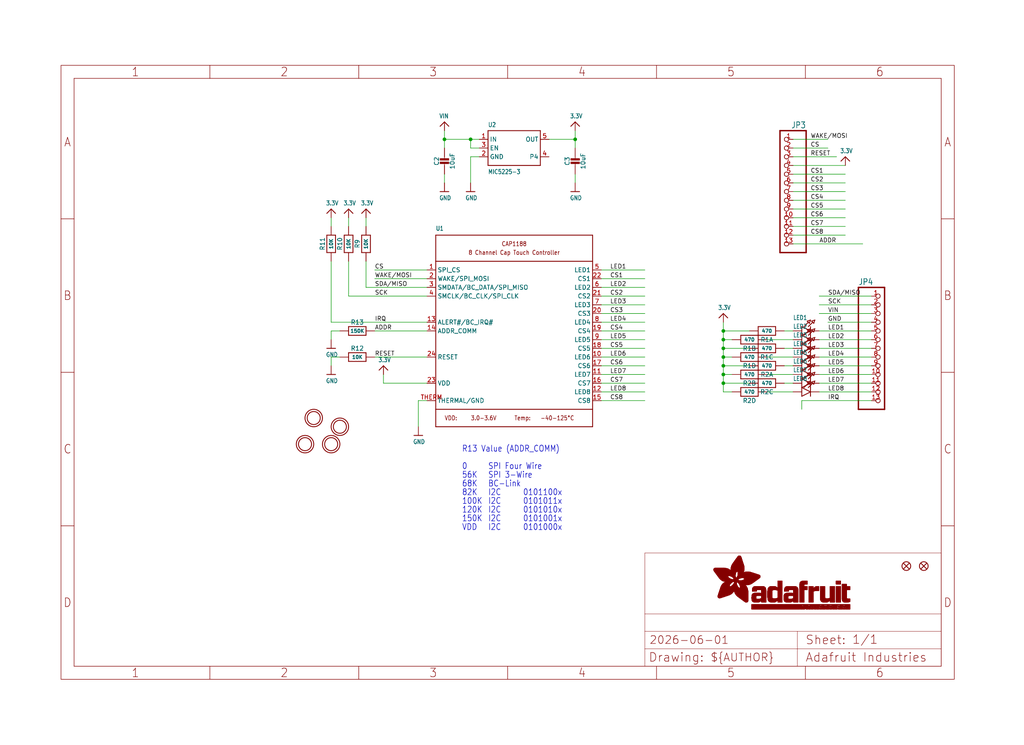
<source format=kicad_sch>
(kicad_sch (version 20230121) (generator eeschema)
  (paper "User" 298.45 217.322)
  (lib_symbols
    (symbol "working-eagle-import:3.3V" (power)
      (property "Value" "3.3V" (at -1.524 1.016 0))
      (symbol "3.3V_1_0"
        (pin power_in line (at 0 -2.54 90) (length 2.54) (name "3.3V") (number "1"))
      )
    )
    (symbol "working-eagle-import:CAP1188"
      (property "Reference" "U" (at -22.86 29.21 0))
      (symbol "CAP1188_1_0"
        (text "-40-125°C" (at 7.62 -25.4 0) (effects (font (size 1.27 1.0795)) (justify left)))
        (text "3.0-3.6V" (at -12.7 -25.4 0) (effects (font (size 1.27 1.0795)) (justify left)))
        (text "8 Channel Cap Touch Controller" (at 0 22.86 0) (effects (font (size 1.27 1.0795))))
        (text "CAP1188" (at 0 25.4 0) (effects (font (size 1.27 1.0795))))
        (text "Temp:" (at 0 -25.4 0) (effects (font (size 1.27 1.0795)) (justify left)))
        (text "VDD:" (at -20.32 -25.4 0) (effects (font (size 1.27 1.0795)) (justify left)))
        (pin input line (at -25.4 17.78 0) (length 2.54) (name "SPI_CS") (number "1"))
        (pin bidirectional line (at 25.4 -7.62 180) (length 2.54) (name "LED6") (number "10"))
        (pin bidirectional line (at 25.4 -12.7 180) (length 2.54) (name "LED7") (number "11"))
        (pin bidirectional line (at 25.4 -17.78 180) (length 2.54) (name "LED8") (number "12"))
        (pin bidirectional line (at -25.4 2.54 0) (length 2.54) (name "ALERT#/BC_IRQ#") (number "13"))
        (pin bidirectional line (at -25.4 0 0) (length 2.54) (name "ADDR_COMM") (number "14"))
        (pin bidirectional line (at 25.4 -20.32 180) (length 2.54) (name "CS8") (number "15"))
        (pin bidirectional line (at 25.4 -15.24 180) (length 2.54) (name "CS7") (number "16"))
        (pin bidirectional line (at 25.4 -10.16 180) (length 2.54) (name "CS6") (number "17"))
        (pin bidirectional line (at 25.4 -5.08 180) (length 2.54) (name "CS5") (number "18"))
        (pin bidirectional line (at 25.4 0 180) (length 2.54) (name "CS4") (number "19"))
        (pin bidirectional line (at -25.4 15.24 0) (length 2.54) (name "WAKE/SPI_MOSI") (number "2"))
        (pin bidirectional line (at 25.4 5.08 180) (length 2.54) (name "CS3") (number "20"))
        (pin bidirectional line (at 25.4 10.16 180) (length 2.54) (name "CS2") (number "21"))
        (pin bidirectional line (at 25.4 15.24 180) (length 2.54) (name "CS1") (number "22"))
        (pin power_in line (at -25.4 -15.24 0) (length 2.54) (name "VDD") (number "23"))
        (pin input line (at -25.4 -7.62 0) (length 2.54) (name "RESET") (number "24"))
        (pin bidirectional line (at -25.4 12.7 0) (length 2.54) (name "SMDATA/BC_DATA/SPI_MISO") (number "3"))
        (pin bidirectional line (at -25.4 10.16 0) (length 2.54) (name "SMCLK/BC_CLK/SPI_CLK") (number "4"))
        (pin bidirectional line (at 25.4 17.78 180) (length 2.54) (name "LED1") (number "5"))
        (pin bidirectional line (at 25.4 12.7 180) (length 2.54) (name "LED2") (number "6"))
        (pin bidirectional line (at 25.4 7.62 180) (length 2.54) (name "LED3") (number "7"))
        (pin bidirectional line (at 25.4 2.54 180) (length 2.54) (name "LED4") (number "8"))
        (pin bidirectional line (at 25.4 -2.54 180) (length 2.54) (name "LED5") (number "9"))
        (pin power_in line (at -25.4 -20.32 0) (length 2.54) (name "THERMAL/GND") (number "THERM"))
      )
    )
    (symbol "working-eagle-import:CAP_CERAMIC0805-NOOUTLINE"
      (property "Reference" "C" (at -2.29 1.25 90))
      (symbol "CAP_CERAMIC0805-NOOUTLINE_1_0"
        (pin passive line (at 0 5.08 270) (length 2.54) (name "1") (number "1"))
        (pin passive line (at 0 -2.54 90) (length 2.54) (name "2") (number "2"))
      )
    )
    (symbol "working-eagle-import:FIDUCIAL{dblquote}{dblquote}")
    (symbol "working-eagle-import:FRAME_A4_ADAFRUIT"
      (symbol "FRAME_A4_ADAFRUIT_1_0"
        (text "${#}/${##}" (at 230.505 10.16 0) (effects (font (size 2.54 2.54)) (justify left bottom)))
        (text "${AUTHOR}" (at 189.23 5.08 0) (effects (font (size 2.286 2.286)) (justify left bottom)))
        (text "${CURRENT_DATE}" (at 171.45 10.16 0) (effects (font (size 2.286 2.286)) (justify left bottom)))
        (text "${PROJECTNAME}" (at 171.45 15.24 0) (effects (font (size 2.54 2.54)) (justify left bottom)))
        (text "1" (at 21.6958 1.905 0) (effects (font (size 2.54 2.286))))
        (text "1" (at 21.6958 177.165 0) (effects (font (size 2.54 2.286))))
        (text "2" (at 65.0875 1.905 0) (effects (font (size 2.54 2.286))))
        (text "2" (at 65.0875 177.165 0) (effects (font (size 2.54 2.286))))
        (text "3" (at 108.4792 1.905 0) (effects (font (size 2.54 2.286))))
        (text "3" (at 108.4792 177.165 0) (effects (font (size 2.54 2.286))))
        (text "4" (at 151.8708 1.905 0) (effects (font (size 2.54 2.286))))
        (text "4" (at 151.8708 177.165 0) (effects (font (size 2.54 2.286))))
        (text "5" (at 195.2625 1.905 0) (effects (font (size 2.54 2.286))))
        (text "5" (at 195.2625 177.165 0) (effects (font (size 2.54 2.286))))
        (text "6" (at 238.6542 1.905 0) (effects (font (size 2.54 2.286))))
        (text "6" (at 238.6542 177.165 0) (effects (font (size 2.54 2.286))))
        (text "A" (at 1.905 156.6863 0) (effects (font (size 2.54 2.286))))
        (text "A" (at 258.445 156.6863 0) (effects (font (size 2.54 2.286))))
        (text "Adafruit Industries" (at 216.916 4.953 0) (effects (font (size 2.54 2.54)) (justify left bottom)))
        (text "B" (at 1.905 111.9188 0) (effects (font (size 2.54 2.286))))
        (text "B" (at 258.445 111.9188 0) (effects (font (size 2.54 2.286))))
        (text "C" (at 1.905 67.1513 0) (effects (font (size 2.54 2.286))))
        (text "C" (at 258.445 67.1513 0) (effects (font (size 2.54 2.286))))
        (text "D" (at 1.905 22.3838 0) (effects (font (size 2.54 2.286))))
        (text "D" (at 258.445 22.3838 0) (effects (font (size 2.54 2.286))))
        (text "Drawing:" (at 171.196 4.953 0) (effects (font (size 2.54 2.54)) (justify left bottom)))
        (text "Sheet:" (at 216.916 10.033 0) (effects (font (size 2.54 2.54)) (justify left bottom)))
      )
    )
    (symbol "working-eagle-import:GND" (power)
      (property "Value" "GND" (at -1.524 -2.54 0))
      (symbol "GND_1_0"
        (pin power_in line (at 0 2.54 270) (length 2.54) (name "GND") (number "1"))
      )
    )
    (symbol "working-eagle-import:HEADER-1X13"
      (property "Reference" "JP" (at -6.35 18.415 0))
      (symbol "HEADER-1X13_1_0"
        (pin passive inverted (at -2.54 15.24 0) (length 2.54) (name "1") (number "1"))
        (pin passive inverted (at -2.54 -7.62 0) (length 2.54) (name "10") (number "10"))
        (pin passive inverted (at -2.54 -10.16 0) (length 2.54) (name "11") (number "11"))
        (pin passive inverted (at -2.54 -12.7 0) (length 2.54) (name "12") (number "12"))
        (pin passive inverted (at -2.54 -15.24 0) (length 2.54) (name "13") (number "13"))
        (pin passive inverted (at -2.54 12.7 0) (length 2.54) (name "2") (number "2"))
        (pin passive inverted (at -2.54 10.16 0) (length 2.54) (name "3") (number "3"))
        (pin passive inverted (at -2.54 7.62 0) (length 2.54) (name "4") (number "4"))
        (pin passive inverted (at -2.54 5.08 0) (length 2.54) (name "5") (number "5"))
        (pin passive inverted (at -2.54 2.54 0) (length 2.54) (name "6") (number "6"))
        (pin passive inverted (at -2.54 0 0) (length 2.54) (name "7") (number "7"))
        (pin passive inverted (at -2.54 -2.54 0) (length 2.54) (name "8") (number "8"))
        (pin passive inverted (at -2.54 -5.08 0) (length 2.54) (name "9") (number "9"))
      )
    )
    (symbol "working-eagle-import:LED0805"
      (property "Reference" "LED" (at -5.08 3.175 0))
      (symbol "LED0805_1_0"
        (pin passive line (at -5.08 0 0) (length 2.54) (name "A") (number "A"))
        (pin passive line (at 2.54 0 180) (length 2.54) (name "C") (number "C"))
      )
    )
    (symbol "working-eagle-import:MOUNTINGHOLE2.0")
    (symbol "working-eagle-import:RESISTOR0805_NOOUTLINE"
      (property "Reference" "R" (at 0 2.54 0))
      (symbol "RESISTOR0805_NOOUTLINE_1_0"
        (pin passive line (at -5.08 0 0) (length 2.54) (name "1") (number "1"))
        (pin passive line (at 5.08 0 180) (length 2.54) (name "2") (number "2"))
      )
    )
    (symbol "working-eagle-import:RESISTOR_0805MP"
      (property "Reference" "R" (at 0 2.54 0))
      (symbol "RESISTOR_0805MP_1_0"
        (pin passive line (at -5.08 0 0) (length 2.54) (name "1") (number "1"))
        (pin passive line (at 5.08 0 180) (length 2.54) (name "2") (number "2"))
      )
    )
    (symbol "working-eagle-import:RESISTOR_4PACK"
      (property "Reference" "R" (at 0 2.54 0))
      (symbol "RESISTOR_4PACK_1_0"
        (pin passive line (at -5.08 0 0) (length 2.54) (name "1") (number "1"))
        (pin passive line (at 5.08 0 180) (length 2.54) (name "2") (number "8"))
      )
      (symbol "RESISTOR_4PACK_2_0"
        (pin passive line (at -5.08 0 0) (length 2.54) (name "1") (number "2"))
        (pin passive line (at 5.08 0 180) (length 2.54) (name "2") (number "7"))
      )
      (symbol "RESISTOR_4PACK_3_0"
        (pin passive line (at -5.08 0 0) (length 2.54) (name "1") (number "3"))
        (pin passive line (at 5.08 0 180) (length 2.54) (name "2") (number "6"))
      )
      (symbol "RESISTOR_4PACK_4_0"
        (pin passive line (at -5.08 0 0) (length 2.54) (name "1") (number "4"))
        (pin passive line (at 5.08 0 180) (length 2.54) (name "2") (number "5"))
      )
    )
    (symbol "working-eagle-import:VIN" (power)
      (property "Value" "VIN" (at -1.524 1.016 0))
      (symbol "VIN_1_0"
        (pin power_in line (at 0 -2.54 90) (length 2.54) (name "VIN") (number "1"))
      )
    )
    (symbol "working-eagle-import:VREG_SOT23-5"
      (property "Reference" "U" (at -7.62 6.096 0))
      (symbol "VREG_SOT23-5_1_0"
        (pin power_in line (at -10.16 2.54 0) (length 2.54) (name "IN") (number "1"))
        (pin power_in line (at -10.16 -2.54 0) (length 2.54) (name "GND") (number "2"))
        (pin input line (at -10.16 0 0) (length 2.54) (name "EN") (number "3"))
        (pin bidirectional line (at 10.16 -2.54 180) (length 2.54) (name "P4") (number "4"))
        (pin power_in line (at 10.16 2.54 180) (length 2.54) (name "OUT") (number "5"))
      )
    )
  )
  (junction (at 167.64 40.64))
  (junction (at 210.82 101.6))
  (junction (at 210.82 99.06))
  (junction (at 137.16 40.64))
  (junction (at 129.54 40.64))
  (junction (at 210.82 109.22))
  (junction (at 210.82 111.76))
  (junction (at 210.82 104.14))
  (junction (at 210.82 96.52))
  (junction (at 210.82 106.68))
  (wire (pts (xy 238.76 104.14) (xy 254 104.14)) (stroke (width 0.1524)))
  (wire (pts (xy 231.14 45.72) (xy 243.84 45.72)) (stroke (width 0.1524)))
  (wire (pts (xy 233.68 116.84) (xy 233.68 119.38)) (stroke (width 0.1524)))
  (wire (pts (xy 124.46 93.98) (xy 96.52 93.98)) (stroke (width 0.1524)))
  (wire (pts (xy 96.52 93.98) (xy 96.52 76.2)) (stroke (width 0.1524)))
  (wire (pts (xy 175.26 96.52) (xy 187.96 96.52)) (stroke (width 0.1524)))
  (wire (pts (xy 238.76 109.22) (xy 254 109.22)) (stroke (width 0.1524)))
  (wire (pts (xy 231.14 60.96) (xy 246.38 60.96)) (stroke (width 0.1524)))
  (wire (pts (xy 231.14 96.52) (xy 228.6 96.52)) (stroke (width 0.1524)))
  (wire (pts (xy 210.82 111.76) (xy 210.82 109.22)) (stroke (width 0.1524)))
  (wire (pts (xy 96.52 104.14) (xy 96.52 106.68)) (stroke (width 0.1524)))
  (wire (pts (xy 218.44 111.76) (xy 210.82 111.76)) (stroke (width 0.1524)))
  (wire (pts (xy 238.76 111.76) (xy 254 111.76)) (stroke (width 0.1524)))
  (wire (pts (xy 124.46 78.74) (xy 109.22 78.74)) (stroke (width 0.1524)))
  (wire (pts (xy 167.64 40.64) (xy 167.64 43.18)) (stroke (width 0.1524)))
  (wire (pts (xy 254 93.98) (xy 241.3 93.98)) (stroke (width 0.1524)))
  (wire (pts (xy 210.82 99.06) (xy 210.82 96.52)) (stroke (width 0.1524)))
  (wire (pts (xy 231.14 43.18) (xy 241.3 43.18)) (stroke (width 0.1524)))
  (wire (pts (xy 175.26 114.3) (xy 187.96 114.3)) (stroke (width 0.1524)))
  (wire (pts (xy 175.26 104.14) (xy 187.96 104.14)) (stroke (width 0.1524)))
  (wire (pts (xy 99.06 104.14) (xy 96.52 104.14)) (stroke (width 0.1524)))
  (wire (pts (xy 254 88.9) (xy 238.76 88.9)) (stroke (width 0.1524)))
  (wire (pts (xy 213.36 104.14) (xy 210.82 104.14)) (stroke (width 0.1524)))
  (wire (pts (xy 218.44 101.6) (xy 210.82 101.6)) (stroke (width 0.1524)))
  (wire (pts (xy 139.7 40.64) (xy 137.16 40.64)) (stroke (width 0.1524)))
  (wire (pts (xy 124.46 96.52) (xy 109.22 96.52)) (stroke (width 0.1524)))
  (wire (pts (xy 231.14 63.5) (xy 246.38 63.5)) (stroke (width 0.1524)))
  (wire (pts (xy 238.76 114.3) (xy 254 114.3)) (stroke (width 0.1524)))
  (wire (pts (xy 101.6 66.04) (xy 101.6 63.5)) (stroke (width 0.1524)))
  (wire (pts (xy 167.64 40.64) (xy 167.64 38.1)) (stroke (width 0.1524)))
  (wire (pts (xy 139.7 45.72) (xy 137.16 45.72)) (stroke (width 0.1524)))
  (wire (pts (xy 124.46 86.36) (xy 101.6 86.36)) (stroke (width 0.1524)))
  (wire (pts (xy 238.76 96.52) (xy 254 96.52)) (stroke (width 0.1524)))
  (wire (pts (xy 238.76 101.6) (xy 254 101.6)) (stroke (width 0.1524)))
  (wire (pts (xy 231.14 50.8) (xy 246.38 50.8)) (stroke (width 0.1524)))
  (wire (pts (xy 231.14 58.42) (xy 246.38 58.42)) (stroke (width 0.1524)))
  (wire (pts (xy 106.68 66.04) (xy 106.68 63.5)) (stroke (width 0.1524)))
  (wire (pts (xy 210.82 101.6) (xy 210.82 99.06)) (stroke (width 0.1524)))
  (wire (pts (xy 96.52 66.04) (xy 96.52 63.5)) (stroke (width 0.1524)))
  (wire (pts (xy 231.14 101.6) (xy 228.6 101.6)) (stroke (width 0.1524)))
  (wire (pts (xy 213.36 99.06) (xy 210.82 99.06)) (stroke (width 0.1524)))
  (wire (pts (xy 124.46 116.84) (xy 121.92 116.84)) (stroke (width 0.1524)))
  (wire (pts (xy 210.82 114.3) (xy 210.82 111.76)) (stroke (width 0.1524)))
  (wire (pts (xy 137.16 45.72) (xy 137.16 53.34)) (stroke (width 0.1524)))
  (wire (pts (xy 175.26 101.6) (xy 187.96 101.6)) (stroke (width 0.1524)))
  (wire (pts (xy 254 116.84) (xy 233.68 116.84)) (stroke (width 0.1524)))
  (wire (pts (xy 254 86.36) (xy 238.76 86.36)) (stroke (width 0.1524)))
  (wire (pts (xy 210.82 104.14) (xy 210.82 101.6)) (stroke (width 0.1524)))
  (wire (pts (xy 101.6 86.36) (xy 101.6 76.2)) (stroke (width 0.1524)))
  (wire (pts (xy 231.14 109.22) (xy 223.52 109.22)) (stroke (width 0.1524)))
  (wire (pts (xy 254 91.44) (xy 238.76 91.44)) (stroke (width 0.1524)))
  (wire (pts (xy 175.26 111.76) (xy 187.96 111.76)) (stroke (width 0.1524)))
  (wire (pts (xy 175.26 116.84) (xy 187.96 116.84)) (stroke (width 0.1524)))
  (wire (pts (xy 231.14 68.58) (xy 246.38 68.58)) (stroke (width 0.1524)))
  (wire (pts (xy 129.54 40.64) (xy 129.54 38.1)) (stroke (width 0.1524)))
  (wire (pts (xy 231.14 48.26) (xy 246.38 48.26)) (stroke (width 0.1524)))
  (wire (pts (xy 210.82 109.22) (xy 210.82 106.68)) (stroke (width 0.1524)))
  (wire (pts (xy 106.68 83.82) (xy 106.68 76.2)) (stroke (width 0.1524)))
  (wire (pts (xy 175.26 99.06) (xy 187.96 99.06)) (stroke (width 0.1524)))
  (wire (pts (xy 231.14 55.88) (xy 246.38 55.88)) (stroke (width 0.1524)))
  (wire (pts (xy 175.26 83.82) (xy 187.96 83.82)) (stroke (width 0.1524)))
  (wire (pts (xy 175.26 106.68) (xy 187.96 106.68)) (stroke (width 0.1524)))
  (wire (pts (xy 210.82 96.52) (xy 210.82 93.98)) (stroke (width 0.1524)))
  (wire (pts (xy 124.46 104.14) (xy 109.22 104.14)) (stroke (width 0.1524)))
  (wire (pts (xy 218.44 96.52) (xy 210.82 96.52)) (stroke (width 0.1524)))
  (wire (pts (xy 137.16 40.64) (xy 129.54 40.64)) (stroke (width 0.1524)))
  (wire (pts (xy 124.46 111.76) (xy 111.76 111.76)) (stroke (width 0.1524)))
  (wire (pts (xy 139.7 43.18) (xy 137.16 43.18)) (stroke (width 0.1524)))
  (wire (pts (xy 124.46 81.28) (xy 109.22 81.28)) (stroke (width 0.1524)))
  (wire (pts (xy 231.14 106.68) (xy 228.6 106.68)) (stroke (width 0.1524)))
  (wire (pts (xy 210.82 106.68) (xy 210.82 104.14)) (stroke (width 0.1524)))
  (wire (pts (xy 175.26 88.9) (xy 187.96 88.9)) (stroke (width 0.1524)))
  (wire (pts (xy 213.36 109.22) (xy 210.82 109.22)) (stroke (width 0.1524)))
  (wire (pts (xy 129.54 50.8) (xy 129.54 53.34)) (stroke (width 0.1524)))
  (wire (pts (xy 231.14 53.34) (xy 246.38 53.34)) (stroke (width 0.1524)))
  (wire (pts (xy 96.52 96.52) (xy 96.52 99.06)) (stroke (width 0.1524)))
  (wire (pts (xy 231.14 111.76) (xy 228.6 111.76)) (stroke (width 0.1524)))
  (wire (pts (xy 231.14 71.12) (xy 251.46 71.12)) (stroke (width 0.1524)))
  (wire (pts (xy 231.14 99.06) (xy 223.52 99.06)) (stroke (width 0.1524)))
  (wire (pts (xy 129.54 40.64) (xy 129.54 43.18)) (stroke (width 0.1524)))
  (wire (pts (xy 124.46 83.82) (xy 106.68 83.82)) (stroke (width 0.1524)))
  (wire (pts (xy 167.64 50.8) (xy 167.64 53.34)) (stroke (width 0.1524)))
  (wire (pts (xy 218.44 106.68) (xy 210.82 106.68)) (stroke (width 0.1524)))
  (wire (pts (xy 238.76 99.06) (xy 254 99.06)) (stroke (width 0.1524)))
  (wire (pts (xy 137.16 43.18) (xy 137.16 40.64)) (stroke (width 0.1524)))
  (wire (pts (xy 175.26 109.22) (xy 187.96 109.22)) (stroke (width 0.1524)))
  (wire (pts (xy 160.02 40.64) (xy 167.64 40.64)) (stroke (width 0.1524)))
  (wire (pts (xy 231.14 40.64) (xy 241.3 40.64)) (stroke (width 0.1524)))
  (wire (pts (xy 231.14 114.3) (xy 223.52 114.3)) (stroke (width 0.1524)))
  (wire (pts (xy 175.26 86.36) (xy 187.96 86.36)) (stroke (width 0.1524)))
  (wire (pts (xy 175.26 78.74) (xy 187.96 78.74)) (stroke (width 0.1524)))
  (wire (pts (xy 175.26 93.98) (xy 187.96 93.98)) (stroke (width 0.1524)))
  (wire (pts (xy 111.76 111.76) (xy 111.76 109.22)) (stroke (width 0.1524)))
  (wire (pts (xy 231.14 104.14) (xy 223.52 104.14)) (stroke (width 0.1524)))
  (wire (pts (xy 175.26 81.28) (xy 187.96 81.28)) (stroke (width 0.1524)))
  (wire (pts (xy 213.36 114.3) (xy 210.82 114.3)) (stroke (width 0.1524)))
  (wire (pts (xy 175.26 91.44) (xy 187.96 91.44)) (stroke (width 0.1524)))
  (wire (pts (xy 231.14 66.04) (xy 246.38 66.04)) (stroke (width 0.1524)))
  (wire (pts (xy 99.06 96.52) (xy 96.52 96.52)) (stroke (width 0.1524)))
  (wire (pts (xy 238.76 106.68) (xy 254 106.68)) (stroke (width 0.1524)))
  (wire (pts (xy 121.92 116.84) (xy 121.92 124.46)) (stroke (width 0.1524)))
  (text "0101011x" (at 152.4 147.32 0) (effects (font (size 1.778 1.5113)) (justify left bottom)))
  (text "82K" (at 134.62 144.78 0) (effects (font (size 1.778 1.5113)) (justify left bottom)))
  (text "0101010x" (at 152.4 149.86 0) (effects (font (size 1.778 1.5113)) (justify left bottom)))
  (text "56K" (at 134.62 139.7 0) (effects (font (size 1.778 1.5113)) (justify left bottom)))
  (text "120K" (at 134.62 149.86 0) (effects (font (size 1.778 1.5113)) (justify left bottom)))
  (text "I2C" (at 142.24 147.32 0) (effects (font (size 1.778 1.5113)) (justify left bottom)))
  (text "BC-Link" (at 142.24 142.24 0) (effects (font (size 1.778 1.5113)) (justify left bottom)))
  (text "0101100x" (at 152.4 144.78 0) (effects (font (size 1.778 1.5113)) (justify left bottom)))
  (text "0" (at 134.62 137.16 0) (effects (font (size 1.778 1.5113)) (justify left bottom)))
  (text "100K" (at 134.62 147.32 0) (effects (font (size 1.778 1.5113)) (justify left bottom)))
  (text "SPI 3-Wire" (at 142.24 139.7 0) (effects (font (size 1.778 1.5113)) (justify left bottom)))
  (text "R13 Value (ADDR_COMM)" (at 134.62 132.08 0) (effects (font (size 1.778 1.5113)) (justify left bottom)))
  (text "SPI Four Wire" (at 142.24 137.16 0) (effects (font (size 1.778 1.5113)) (justify left bottom)))
  (text "I2C" (at 142.24 149.86 0) (effects (font (size 1.778 1.5113)) (justify left bottom)))
  (text "I2C" (at 142.24 144.78 0) (effects (font (size 1.778 1.5113)) (justify left bottom)))
  (text "68K" (at 134.62 142.24 0) (effects (font (size 1.778 1.5113)) (justify left bottom)))
  (text "0101001x" (at 152.4 152.4 0) (effects (font (size 1.778 1.5113)) (justify left bottom)))
  (text "150K" (at 134.62 152.4 0) (effects (font (size 1.778 1.5113)) (justify left bottom)))
  (text "I2C" (at 142.24 152.4 0) (effects (font (size 1.778 1.5113)) (justify left bottom)))
  (text "VDD" (at 134.62 154.94 0) (effects (font (size 1.778 1.5113)) (justify left bottom)))
  (text "0101000x" (at 152.4 154.94 0) (effects (font (size 1.778 1.5113)) (justify left bottom)))
  (text "I2C" (at 142.24 154.94 0) (effects (font (size 1.778 1.5113)) (justify left bottom)))
  (label "RESET" (at 236.22 45.72 0) (effects (font (size 1.2446 1.2446))))
  (label "SDA/MISO" (at 241.3 86.36 0) (effects (font (size 1.2446 1.2446))))
  (label "VIN" (at 241.3 91.44 0) (effects (font (size 1.2446 1.2446))))
  (label "WAKE/MOSI" (at 109.22 81.28 0) (effects (font (size 1.2446 1.2446))))
  (label "LED5" (at 177.8 99.06 0) (effects (font (size 1.2446 1.2446))))
  (label "CS4" (at 236.22 58.42 0) (effects (font (size 1.2446 1.2446))))
  (label "CS1" (at 236.22 50.8 0) (effects (font (size 1.2446 1.2446))))
  (label "CS6" (at 236.22 63.5 0) (effects (font (size 1.2446 1.2446))))
  (label "LED7" (at 177.8 109.22 0) (effects (font (size 1.2446 1.2446))))
  (label "CS8" (at 236.22 68.58 0) (effects (font (size 1.2446 1.2446))))
  (label "CS" (at 109.22 78.74 0) (effects (font (size 1.2446 1.2446))))
  (label "LED4" (at 177.8 93.98 0) (effects (font (size 1.2446 1.2446))))
  (label "CS4" (at 177.8 96.52 0) (effects (font (size 1.2446 1.2446))))
  (label "LED8" (at 241.3 114.3 0) (effects (font (size 1.2446 1.2446))))
  (label "SCK" (at 109.22 86.36 0) (effects (font (size 1.2446 1.2446))))
  (label "RESET" (at 109.22 104.14 0) (effects (font (size 1.2446 1.2446))))
  (label "CS5" (at 177.8 101.6 0) (effects (font (size 1.2446 1.2446))))
  (label "LED3" (at 177.8 88.9 0) (effects (font (size 1.2446 1.2446))))
  (label "CS8" (at 177.8 116.84 0) (effects (font (size 1.2446 1.2446))))
  (label "SDA/MISO" (at 109.22 83.82 0) (effects (font (size 1.2446 1.2446))))
  (label "CS2" (at 177.8 86.36 0) (effects (font (size 1.2446 1.2446))))
  (label "CS" (at 236.22 43.18 0) (effects (font (size 1.2446 1.2446))))
  (label "LED3" (at 241.3 101.6 0) (effects (font (size 1.2446 1.2446))))
  (label "IRQ" (at 241.3 116.84 0) (effects (font (size 1.2446 1.2446))))
  (label "LED4" (at 241.3 104.14 0) (effects (font (size 1.2446 1.2446))))
  (label "WAKE/MOSI" (at 236.22 40.64 0) (effects (font (size 1.2446 1.2446))))
  (label "LED8" (at 177.8 114.3 0) (effects (font (size 1.2446 1.2446))))
  (label "SCK" (at 241.3 88.9 0) (effects (font (size 1.2446 1.2446))))
  (label "CS7" (at 177.8 111.76 0) (effects (font (size 1.2446 1.2446))))
  (label "LED1" (at 177.8 78.74 0) (effects (font (size 1.2446 1.2446))))
  (label "CS2" (at 236.22 53.34 0) (effects (font (size 1.2446 1.2446))))
  (label "LED2" (at 241.3 99.06 0) (effects (font (size 1.2446 1.2446))))
  (label "LED6" (at 177.8 104.14 0) (effects (font (size 1.2446 1.2446))))
  (label "GND" (at 241.3 93.98 0) (effects (font (size 1.2446 1.2446))))
  (label "LED1" (at 241.3 96.52 0) (effects (font (size 1.2446 1.2446))))
  (label "CS6" (at 177.8 106.68 0) (effects (font (size 1.2446 1.2446))))
  (label "LED6" (at 241.3 109.22 0) (effects (font (size 1.2446 1.2446))))
  (label "LED2" (at 177.8 83.82 0) (effects (font (size 1.2446 1.2446))))
  (label "IRQ" (at 109.22 93.98 0) (effects (font (size 1.2446 1.2446))))
  (label "CS5" (at 236.22 60.96 0) (effects (font (size 1.2446 1.2446))))
  (label "CS7" (at 236.22 66.04 0) (effects (font (size 1.2446 1.2446))))
  (label "LED7" (at 241.3 111.76 0) (effects (font (size 1.2446 1.2446))))
  (label "CS3" (at 177.8 91.44 0) (effects (font (size 1.2446 1.2446))))
  (label "CS1" (at 177.8 81.28 0) (effects (font (size 1.2446 1.2446))))
  (label "CS3" (at 236.22 55.88 0) (effects (font (size 1.2446 1.2446))))
  (label "ADDR" (at 238.76 71.12 0) (effects (font (size 1.2446 1.2446))))
  (label "ADDR" (at 109.22 96.52 0) (effects (font (size 1.2446 1.2446))))
  (label "LED5" (at 241.3 106.68 0) (effects (font (size 1.2446 1.2446))))
  (symbol (lib_id "working-eagle-import:RESISTOR_4PACK") (at 223.52 111.76 180) (unit 3)
    (property "Reference" "R2" (at 223.52 114.3 0))
    (property "Value" "470" (at 223.52 111.76 0) (effects (font (size 1.016 1.016) bold)))
    (property "Footprint" "working:RESPACK_4X0603" (effects hide))
  )
  (symbol (lib_id "working-eagle-import:3.3V") (at 101.6 60.96 0) (unit 1)
    (property "Reference" "#U$19" (effects hide))
    (property "Value" "3.3V" (at 100.076 59.944 0) (effects (font (size 1.27 1.0795)) (justify left bottom)))
  )
  (symbol (lib_id "working-eagle-import:VREG_SOT23-5") (at 149.86 43.18 0) (unit 1)
    (property "Reference" "U2" (at 142.24 37.084 0) (effects (font (size 1.27 1.0795)) (justify left bottom)))
    (property "Value" "MIC5225-3" (at 142.24 50.8 0) (effects (font (size 1.27 1.0795)) (justify left bottom)))
    (property "Footprint" "working:SOT23-5" (effects hide))
  )
  (symbol (lib_id "working-eagle-import:RESISTOR0805_NOOUTLINE") (at 96.52 71.12 90) (unit 1)
    (property "Reference" "R11" (at 93.98 71.12 0))
    (property "Value" "10K" (at 96.52 71.12 0) (effects (font (size 1.016 1.016) bold)))
    (property "Footprint" "working:0805-NO" (effects hide))
  )
  (symbol (lib_id "working-eagle-import:RESISTOR0805_NOOUTLINE") (at 106.68 71.12 90) (unit 1)
    (property "Reference" "R9" (at 104.14 71.12 0))
    (property "Value" "10K" (at 106.68 71.12 0) (effects (font (size 1.016 1.016) bold)))
    (property "Footprint" "working:0805-NO" (effects hide))
  )
  (symbol (lib_id "working-eagle-import:GND") (at 121.92 127 0) (unit 1)
    (property "Reference" "#U$24" (effects hide))
    (property "Value" "GND" (at 120.396 129.54 0) (effects (font (size 1.27 1.0795)) (justify left bottom)))
  )
  (symbol (lib_id "working-eagle-import:RESISTOR_4PACK") (at 218.44 114.3 180) (unit 4)
    (property "Reference" "R2" (at 218.44 116.84 0))
    (property "Value" "470" (at 218.44 114.3 0) (effects (font (size 1.016 1.016) bold)))
    (property "Footprint" "working:RESPACK_4X0603" (effects hide))
  )
  (symbol (lib_id "working-eagle-import:LED0805") (at 236.22 101.6 0) (unit 1)
    (property "Reference" "LED3" (at 231.14 98.425 0) (effects (font (size 1.27 1.0795)) (justify left bottom)))
    (property "Value" "LED0805" (effects hide))
    (property "Footprint" "working:CHIPLED_0805" (effects hide))
  )
  (symbol (lib_id "working-eagle-import:FRAME_A4_ADAFRUIT") (at 17.78 198.12 0) (unit 1)
    (property "Reference" "#U$1" (effects hide))
    (property "Value" "FRAME_A4_ADAFRUIT" (effects hide))
  )
  (symbol (lib_id "working-eagle-import:FIDUCIAL{dblquote}{dblquote}") (at 264.16 165.1 0) (unit 1)
    (property "Reference" "FID2" (effects hide))
    (property "Value" "FIDUCIAL{dblquote}{dblquote}" (effects hide))
    (property "Footprint" "working:FIDUCIAL_1MM" (effects hide))
  )
  (symbol (lib_id "working-eagle-import:MOUNTINGHOLE2.0") (at 88.9 129.54 0) (unit 1)
    (property "Reference" "U$8" (effects hide))
    (property "Value" "MOUNTINGHOLE2.0" (effects hide))
    (property "Footprint" "working:MOUNTINGHOLE_2.0_PLATED" (effects hide))
  )
  (symbol (lib_id "working-eagle-import:RESISTOR0805_NOOUTLINE") (at 101.6 71.12 90) (unit 1)
    (property "Reference" "R10" (at 99.06 71.12 0))
    (property "Value" "10K" (at 101.6 71.12 0) (effects (font (size 1.016 1.016) bold)))
    (property "Footprint" "working:0805-NO" (effects hide))
  )
  (symbol (lib_id "working-eagle-import:VIN") (at 129.54 35.56 0) (unit 1)
    (property "Reference" "#U$3" (effects hide))
    (property "Value" "VIN" (at 128.016 34.544 0) (effects (font (size 1.27 1.0795)) (justify left bottom)))
  )
  (symbol (lib_id "working-eagle-import:HEADER-1X13") (at 256.54 101.6 0) (unit 1)
    (property "Reference" "JP4" (at 250.19 83.185 0) (effects (font (size 1.778 1.5113)) (justify left bottom)))
    (property "Value" "HEADER-1X13" (effects hide))
    (property "Footprint" "working:1X13_ROUND_70" (effects hide))
  )
  (symbol (lib_id "working-eagle-import:GND") (at 137.16 55.88 0) (unit 1)
    (property "Reference" "#U$6" (effects hide))
    (property "Value" "GND" (at 135.636 58.42 0) (effects (font (size 1.27 1.0795)) (justify left bottom)))
  )
  (symbol (lib_id "working-eagle-import:CAP1188") (at 149.86 96.52 0) (unit 1)
    (property "Reference" "U1" (at 127 67.31 0) (effects (font (size 1.27 1.0795)) (justify left bottom)))
    (property "Value" "CAP1188" (effects hide))
    (property "Footprint" "working:QFN24_4MM_SMSC" (effects hide))
  )
  (symbol (lib_id "working-eagle-import:FIDUCIAL{dblquote}{dblquote}") (at 269.24 165.1 0) (unit 1)
    (property "Reference" "FID1" (effects hide))
    (property "Value" "FIDUCIAL{dblquote}{dblquote}" (effects hide))
    (property "Footprint" "working:FIDUCIAL_1MM" (effects hide))
  )
  (symbol (lib_id "working-eagle-import:LED0805") (at 236.22 96.52 0) (unit 1)
    (property "Reference" "LED1" (at 231.14 93.345 0) (effects (font (size 1.27 1.0795)) (justify left bottom)))
    (property "Value" "LED0805" (effects hide))
    (property "Footprint" "working:CHIPLED_0805" (effects hide))
  )
  (symbol (lib_id "working-eagle-import:3.3V") (at 106.68 60.96 0) (unit 1)
    (property "Reference" "#U$20" (effects hide))
    (property "Value" "3.3V" (at 105.156 59.944 0) (effects (font (size 1.27 1.0795)) (justify left bottom)))
  )
  (symbol (lib_id "working-eagle-import:GND") (at 96.52 109.22 0) (unit 1)
    (property "Reference" "#U$21" (effects hide))
    (property "Value" "GND" (at 94.996 111.76 0) (effects (font (size 1.27 1.0795)) (justify left bottom)))
  )
  (symbol (lib_id "working-eagle-import:3.3V") (at 96.52 60.96 0) (unit 1)
    (property "Reference" "#U$18" (effects hide))
    (property "Value" "3.3V" (at 94.996 59.944 0) (effects (font (size 1.27 1.0795)) (justify left bottom)))
  )
  (symbol (lib_id "working-eagle-import:GND") (at 96.52 101.6 0) (unit 1)
    (property "Reference" "#U$22" (effects hide))
    (property "Value" "GND" (at 94.996 104.14 0) (effects (font (size 1.27 1.0795)) (justify left bottom)))
  )
  (symbol (lib_id "working-eagle-import:RESISTOR_4PACK") (at 223.52 96.52 180) (unit 1)
    (property "Reference" "R1" (at 223.52 99.06 0))
    (property "Value" "470" (at 223.52 96.52 0) (effects (font (size 1.016 1.016) bold)))
    (property "Footprint" "working:RESPACK_4X0603" (effects hide))
  )
  (symbol (lib_id "working-eagle-import:3.3V") (at 111.76 106.68 0) (unit 1)
    (property "Reference" "#U$23" (effects hide))
    (property "Value" "3.3V" (at 110.236 105.664 0) (effects (font (size 1.27 1.0795)) (justify left bottom)))
  )
  (symbol (lib_id "working-eagle-import:LED0805") (at 236.22 114.3 0) (unit 1)
    (property "Reference" "LED8" (at 231.14 111.125 0) (effects (font (size 1.27 1.0795)) (justify left bottom)))
    (property "Value" "LED0805" (effects hide))
    (property "Footprint" "working:CHIPLED_0805" (effects hide))
  )
  (symbol (lib_id "working-eagle-import:RESISTOR_4PACK") (at 218.44 104.14 180) (unit 4)
    (property "Reference" "R1" (at 218.44 106.68 0))
    (property "Value" "470" (at 218.44 104.14 0) (effects (font (size 1.016 1.016) bold)))
    (property "Footprint" "working:RESPACK_4X0603" (effects hide))
  )
  (symbol (lib_id "working-eagle-import:LED0805") (at 236.22 109.22 0) (unit 1)
    (property "Reference" "LED6" (at 231.14 106.045 0) (effects (font (size 1.27 1.0795)) (justify left bottom)))
    (property "Value" "LED0805" (effects hide))
    (property "Footprint" "working:CHIPLED_0805" (effects hide))
  )
  (symbol (lib_id "working-eagle-import:RESISTOR_0805MP") (at 104.14 96.52 0) (unit 1)
    (property "Reference" "R13" (at 104.14 93.98 0))
    (property "Value" "150K" (at 104.14 96.52 0) (effects (font (size 1.016 1.016) bold)))
    (property "Footprint" "working:_0805MP" (effects hide))
  )
  (symbol (lib_id "working-eagle-import:LED0805") (at 236.22 106.68 0) (unit 1)
    (property "Reference" "LED5" (at 231.14 103.505 0) (effects (font (size 1.27 1.0795)) (justify left bottom)))
    (property "Value" "LED0805" (effects hide))
    (property "Footprint" "working:CHIPLED_0805" (effects hide))
  )
  (symbol (lib_id "working-eagle-import:RESISTOR_4PACK") (at 218.44 99.06 180) (unit 2)
    (property "Reference" "R1" (at 218.44 101.6 0))
    (property "Value" "470" (at 218.44 99.06 0) (effects (font (size 1.016 1.016) bold)))
    (property "Footprint" "working:RESPACK_4X0603" (effects hide))
  )
  (symbol (lib_id "working-eagle-import:RESISTOR_4PACK") (at 223.52 101.6 180) (unit 3)
    (property "Reference" "R1" (at 223.52 104.14 0))
    (property "Value" "470" (at 223.52 101.6 0) (effects (font (size 1.016 1.016) bold)))
    (property "Footprint" "working:RESPACK_4X0603" (effects hide))
  )
  (symbol (lib_id "working-eagle-import:LED0805") (at 236.22 99.06 0) (unit 1)
    (property "Reference" "LED2" (at 231.14 95.885 0) (effects (font (size 1.27 1.0795)) (justify left bottom)))
    (property "Value" "LED0805" (effects hide))
    (property "Footprint" "working:CHIPLED_0805" (effects hide))
  )
  (symbol (lib_id "working-eagle-import:GND") (at 167.64 55.88 0) (unit 1)
    (property "Reference" "#U$5" (effects hide))
    (property "Value" "GND" (at 166.116 58.42 0) (effects (font (size 1.27 1.0795)) (justify left bottom)))
  )
  (symbol (lib_id "working-eagle-import:GND") (at 129.54 55.88 0) (unit 1)
    (property "Reference" "#U$4" (effects hide))
    (property "Value" "GND" (at 128.016 58.42 0) (effects (font (size 1.27 1.0795)) (justify left bottom)))
  )
  (symbol (lib_id "working-eagle-import:MOUNTINGHOLE2.0") (at 99.06 124.46 0) (unit 1)
    (property "Reference" "U$10" (effects hide))
    (property "Value" "MOUNTINGHOLE2.0" (effects hide))
    (property "Footprint" "working:MOUNTINGHOLE_2.0_PLATED" (effects hide))
  )
  (symbol (lib_id "working-eagle-import:CAP_CERAMIC0805-NOOUTLINE") (at 129.54 48.26 0) (unit 1)
    (property "Reference" "C2" (at 127.25 47.01 90))
    (property "Value" "10uF" (at 131.84 47.01 90))
    (property "Footprint" "working:0805-NO" (effects hide))
  )
  (symbol (lib_id "working-eagle-import:MOUNTINGHOLE2.0") (at 91.44 121.92 0) (unit 1)
    (property "Reference" "U$7" (effects hide))
    (property "Value" "MOUNTINGHOLE2.0" (effects hide))
    (property "Footprint" "working:MOUNTINGHOLE_2.0_PLATED" (effects hide))
  )
  (symbol (lib_id "working-eagle-import:MOUNTINGHOLE2.0") (at 96.52 129.54 0) (unit 1)
    (property "Reference" "U$9" (effects hide))
    (property "Value" "MOUNTINGHOLE2.0" (effects hide))
    (property "Footprint" "working:MOUNTINGHOLE_2.0_PLATED" (effects hide))
  )
  (symbol (lib_id "working-eagle-import:RESISTOR_4PACK") (at 223.52 106.68 180) (unit 1)
    (property "Reference" "R2" (at 223.52 109.22 0))
    (property "Value" "470" (at 223.52 106.68 0) (effects (font (size 1.016 1.016) bold)))
    (property "Footprint" "working:RESPACK_4X0603" (effects hide))
  )
  (symbol (lib_id "working-eagle-import:LED0805") (at 236.22 104.14 0) (unit 1)
    (property "Reference" "LED4" (at 231.14 100.965 0) (effects (font (size 1.27 1.0795)) (justify left bottom)))
    (property "Value" "LED0805" (effects hide))
    (property "Footprint" "working:CHIPLED_0805" (effects hide))
  )
  (symbol (lib_id "working-eagle-import:3.3V") (at 167.64 35.56 0) (unit 1)
    (property "Reference" "#U$2" (effects hide))
    (property "Value" "3.3V" (at 166.116 34.544 0) (effects (font (size 1.27 1.0795)) (justify left bottom)))
  )
  (symbol (lib_id "working-eagle-import:RESISTOR_4PACK") (at 218.44 109.22 180) (unit 2)
    (property "Reference" "R2" (at 218.44 111.76 0))
    (property "Value" "470" (at 218.44 109.22 0) (effects (font (size 1.016 1.016) bold)))
    (property "Footprint" "working:RESPACK_4X0603" (effects hide))
  )
  (symbol (lib_id "working-eagle-import:3.3V") (at 210.82 91.44 0) (unit 1)
    (property "Reference" "#U$12" (effects hide))
    (property "Value" "3.3V" (at 209.296 90.424 0) (effects (font (size 1.27 1.0795)) (justify left bottom)))
  )
  (symbol (lib_id "working-eagle-import:CAP_CERAMIC0805-NOOUTLINE") (at 167.64 48.26 0) (unit 1)
    (property "Reference" "C3" (at 165.35 47.01 90))
    (property "Value" "10uF" (at 169.94 47.01 90))
    (property "Footprint" "working:0805-NO" (effects hide))
  )
  (symbol (lib_id "working-eagle-import:HEADER-1X13") (at 228.6 55.88 0) (mirror y) (unit 1)
    (property "Reference" "JP3" (at 234.95 37.465 0) (effects (font (size 1.778 1.5113)) (justify left bottom)))
    (property "Value" "HEADER-1X13" (effects hide))
    (property "Footprint" "working:1X13_ROUND_70" (effects hide))
  )
  (symbol (lib_id "working-eagle-import:3.3V") (at 246.38 45.72 0) (unit 1)
    (property "Reference" "#U$11" (effects hide))
    (property "Value" "3.3V" (at 244.856 44.704 0) (effects (font (size 1.27 1.0795)) (justify left bottom)))
  )
  (symbol (lib_id "working-eagle-import:RESISTOR0805_NOOUTLINE") (at 104.14 104.14 0) (unit 1)
    (property "Reference" "R12" (at 104.14 101.6 0))
    (property "Value" "10K" (at 104.14 104.14 0) (effects (font (size 1.016 1.016) bold)))
    (property "Footprint" "working:0805-NO" (effects hide))
  )
  (symbol (lib_id "working-eagle-import:LED0805") (at 236.22 111.76 0) (unit 1)
    (property "Reference" "LED7" (at 231.14 108.585 0) (effects (font (size 1.27 1.0795)) (justify left bottom)))
    (property "Value" "LED0805" (effects hide))
    (property "Footprint" "working:CHIPLED_0805" (effects hide))
  )
)
</source>
